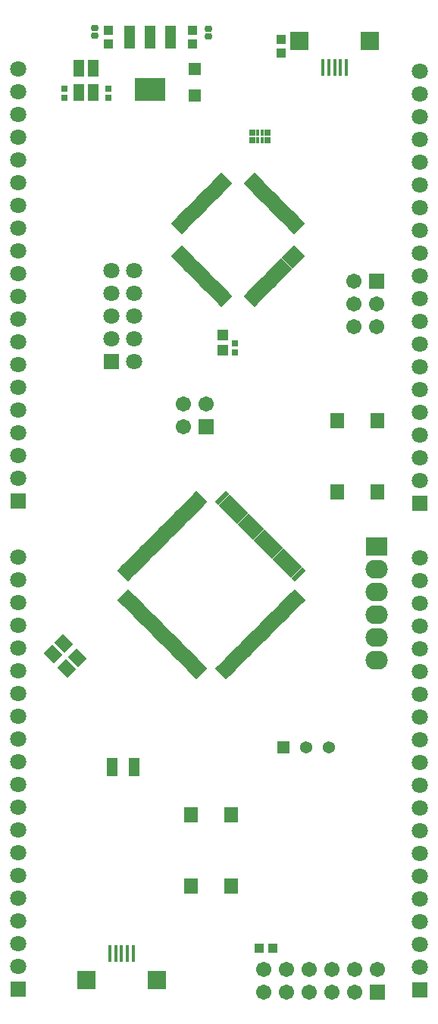
<source format=gts>
G04*
G04 #@! TF.GenerationSoftware,Altium Limited,Altium Designer,21.1.1 (26)*
G04*
G04 Layer_Color=8388736*
%FSAX44Y44*%
%MOMM*%
G71*
G04*
G04 #@! TF.SameCoordinates,7C830176-F0F4-4CA8-9266-6C2C436D825E*
G04*
G04*
G04 #@! TF.FilePolarity,Negative*
G04*
G01*
G75*
G04:AMPARAMS|DCode=38|XSize=1.4032mm|YSize=1.6032mm|CornerRadius=0mm|HoleSize=0mm|Usage=FLASHONLY|Rotation=45.000|XOffset=0mm|YOffset=0mm|HoleType=Round|Shape=Rectangle|*
%AMROTATEDRECTD38*
4,1,4,0.0707,-1.0629,-1.0629,0.0707,-0.0707,1.0629,1.0629,-0.0707,0.0707,-1.0629,0.0*
%
%ADD38ROTATEDRECTD38*%

%ADD39R,1.3032X2.1032*%
%ADD40R,1.5032X1.7532*%
%ADD41R,1.0932X1.1332*%
%ADD42R,0.7282X0.7032*%
%ADD43R,0.4532X0.7032*%
%ADD44R,2.1032X2.1032*%
%ADD45R,0.4572X1.9812*%
%ADD46R,0.7032X0.6782*%
%ADD47R,1.2532X1.9032*%
G04:AMPARAMS|DCode=48|XSize=0.8032mm|YSize=0.7432mm|CornerRadius=0.2447mm|HoleSize=0mm|Usage=FLASHONLY|Rotation=0.000|XOffset=0mm|YOffset=0mm|HoleType=Round|Shape=RoundedRectangle|*
%AMROUNDEDRECTD48*
21,1,0.8032,0.2538,0,0,0.0*
21,1,0.3138,0.7432,0,0,0.0*
1,1,0.4894,0.1569,-0.1269*
1,1,0.4894,-0.1569,-0.1269*
1,1,0.4894,-0.1569,0.1269*
1,1,0.4894,0.1569,0.1269*
%
%ADD48ROUNDEDRECTD48*%
%ADD49R,1.1332X1.0932*%
%ADD50R,3.5032X2.6032*%
%ADD51R,1.2032X2.6032*%
%ADD52R,1.3232X1.4432*%
G04:AMPARAMS|DCode=53|XSize=1.6782mm|YSize=0.5032mm|CornerRadius=0mm|HoleSize=0mm|Usage=FLASHONLY|Rotation=135.000|XOffset=0mm|YOffset=0mm|HoleType=Round|Shape=Rectangle|*
%AMROTATEDRECTD53*
4,1,4,0.7712,-0.4154,0.4154,-0.7712,-0.7712,0.4154,-0.4154,0.7712,0.7712,-0.4154,0.0*
%
%ADD53ROTATEDRECTD53*%

G04:AMPARAMS|DCode=54|XSize=1.6782mm|YSize=0.5032mm|CornerRadius=0mm|HoleSize=0mm|Usage=FLASHONLY|Rotation=225.000|XOffset=0mm|YOffset=0mm|HoleType=Round|Shape=Rectangle|*
%AMROTATEDRECTD54*
4,1,4,0.4154,0.7712,0.7712,0.4154,-0.4154,-0.7712,-0.7712,-0.4154,0.4154,0.7712,0.0*
%
%ADD54ROTATEDRECTD54*%

%ADD55R,1.2032X1.3032*%
%ADD56R,1.8032X1.8032*%
%ADD57C,1.8032*%
%ADD58C,1.7032*%
%ADD59R,1.7032X1.7032*%
%ADD60R,1.3632X1.3632*%
%ADD61C,1.3632*%
%ADD62O,2.4892X2.1082*%
%ADD63R,2.4892X2.1082*%
%ADD64R,1.7032X1.7032*%
D38*
X00342430Y00793108D02*
D03*
X00326873Y00808664D02*
D03*
X00338894Y00820685D02*
D03*
X00354450Y00805129D02*
D03*
D39*
X00418022Y00683005D02*
D03*
X00393022D02*
D03*
D40*
X00526230Y00550038D02*
D03*
Y00629538D02*
D03*
X00481230Y00550038D02*
D03*
Y00629538D02*
D03*
X00644552Y01069974D02*
D03*
Y00990474D02*
D03*
X00689552Y01069974D02*
D03*
Y00990474D02*
D03*
D41*
X00557578Y00480568D02*
D03*
X00572898D02*
D03*
D42*
X00567210Y01391776D02*
D03*
X00549450Y01391776D02*
D03*
Y01382776D02*
D03*
X00567210D02*
D03*
D43*
X00560830Y01391776D02*
D03*
X00555830D02*
D03*
Y01382776D02*
D03*
X00560830D02*
D03*
D44*
X00364119Y00444754D02*
D03*
X00443119D02*
D03*
X00681420Y01493660D02*
D03*
X00602420D02*
D03*
D45*
X00390919Y00474432D02*
D03*
X00397119D02*
D03*
X00403619D02*
D03*
X00410119Y00474432D02*
D03*
X00416619Y00474432D02*
D03*
X00654620Y01463982D02*
D03*
X00648420Y01463982D02*
D03*
X00641920D02*
D03*
X00635420Y01463982D02*
D03*
X00628920D02*
D03*
D46*
X00530318Y01145551D02*
D03*
Y01155791D02*
D03*
X00389001Y01440321D02*
D03*
Y01430081D02*
D03*
X00340119Y01440321D02*
D03*
Y01430081D02*
D03*
D47*
X00355912Y01463116D02*
D03*
Y01436116D02*
D03*
X00372412Y01463116D02*
D03*
Y01436116D02*
D03*
D48*
X00373682Y01499634D02*
D03*
Y01508234D02*
D03*
X00500428Y01498872D02*
D03*
Y01507472D02*
D03*
D49*
X00389274Y01490148D02*
D03*
X00389274Y01505468D02*
D03*
X00482902Y01490402D02*
D03*
X00482902Y01505722D02*
D03*
X00581962Y01480312D02*
D03*
Y01495632D02*
D03*
D50*
X00435717Y01439918D02*
D03*
D51*
X00458717Y01497918D02*
D03*
X00435717Y01497918D02*
D03*
X00412717Y01497918D02*
D03*
D52*
X00485509Y01432800D02*
D03*
Y01462800D02*
D03*
D53*
X00519645Y01338864D02*
D03*
X00516109Y01335329D02*
D03*
X00512573Y01331793D02*
D03*
X00509038Y01328258D02*
D03*
X00505502Y01324722D02*
D03*
X00501967Y01321187D02*
D03*
X00498431Y01317651D02*
D03*
X00494896Y01314116D02*
D03*
X00491360Y01310580D02*
D03*
X00487825Y01307045D02*
D03*
X00484289Y01303509D02*
D03*
X00480754Y01299973D02*
D03*
X00477218Y01296438D02*
D03*
X00473683Y01292902D02*
D03*
X00470147Y01289367D02*
D03*
X00466612Y01285831D02*
D03*
X00547759Y01204684D02*
D03*
X00551295Y01208219D02*
D03*
X00554830Y01211755D02*
D03*
X00558366Y01215290D02*
D03*
X00561901Y01218826D02*
D03*
X00565437Y01222361D02*
D03*
X00568972Y01225897D02*
D03*
X00572508Y01229433D02*
D03*
X00576043Y01232968D02*
D03*
X00579579Y01236504D02*
D03*
X00583114Y01240039D02*
D03*
X00586650Y01243575D02*
D03*
X00590186Y01247110D02*
D03*
X00593721Y01250646D02*
D03*
X00597257Y01254181D02*
D03*
X00600792Y01257717D02*
D03*
X00406932Y00898159D02*
D03*
X00410468Y00901695D02*
D03*
X00414003Y00905230D02*
D03*
X00417539Y00908766D02*
D03*
X00421075Y00912301D02*
D03*
X00424610Y00915837D02*
D03*
X00428146Y00919373D02*
D03*
X00431681Y00922908D02*
D03*
X00435217Y00926444D02*
D03*
X00438752Y00929979D02*
D03*
X00442288Y00933515D02*
D03*
X00445823Y00937050D02*
D03*
X00449359Y00940586D02*
D03*
X00452894Y00944121D02*
D03*
X00456430Y00947657D02*
D03*
X00459966Y00951192D02*
D03*
X00463501Y00954728D02*
D03*
X00467037Y00958263D02*
D03*
X00470572Y00961799D02*
D03*
X00474108Y00965334D02*
D03*
X00477643Y00968870D02*
D03*
X00481179Y00972406D02*
D03*
X00484714Y00975941D02*
D03*
X00488250Y00979477D02*
D03*
X00491785Y00983012D02*
D03*
X00601217Y00873580D02*
D03*
X00597682Y00870045D02*
D03*
X00594146Y00866509D02*
D03*
X00590611Y00862974D02*
D03*
X00587075Y00859438D02*
D03*
X00583540Y00855903D02*
D03*
X00580004Y00852367D02*
D03*
X00576468Y00848832D02*
D03*
X00572933Y00845296D02*
D03*
X00569397Y00841760D02*
D03*
X00565862Y00838225D02*
D03*
X00562326Y00834689D02*
D03*
X00558791Y00831154D02*
D03*
X00555255Y00827618D02*
D03*
X00551720Y00824083D02*
D03*
X00548184Y00820547D02*
D03*
X00544649Y00817012D02*
D03*
X00541113Y00813476D02*
D03*
X00537578Y00809941D02*
D03*
X00534042Y00806405D02*
D03*
X00530507Y00802870D02*
D03*
X00526971Y00799334D02*
D03*
X00523435Y00795799D02*
D03*
X00519900Y00792263D02*
D03*
X00516364Y00788727D02*
D03*
D54*
X00466612Y01257717D02*
D03*
X00470147Y01254181D02*
D03*
X00473683Y01250646D02*
D03*
X00477218Y01247110D02*
D03*
X00480754Y01243575D02*
D03*
X00484289Y01240039D02*
D03*
X00487825Y01236504D02*
D03*
X00491360Y01232968D02*
D03*
X00494896Y01229433D02*
D03*
X00498431Y01225897D02*
D03*
X00501967Y01222361D02*
D03*
X00505502Y01218826D02*
D03*
X00509038Y01215290D02*
D03*
X00512573Y01211755D02*
D03*
X00516109Y01208219D02*
D03*
X00519645Y01204684D02*
D03*
X00600792Y01285831D02*
D03*
X00597257Y01289367D02*
D03*
X00593721Y01292902D02*
D03*
X00590186Y01296438D02*
D03*
X00586650Y01299973D02*
D03*
X00583114Y01303509D02*
D03*
X00579579Y01307045D02*
D03*
X00576043Y01310580D02*
D03*
X00572508Y01314116D02*
D03*
X00568972Y01317651D02*
D03*
X00565437Y01321187D02*
D03*
X00561901Y01324722D02*
D03*
X00558366Y01328258D02*
D03*
X00554830Y01331793D02*
D03*
X00551295Y01335329D02*
D03*
X00547759Y01338864D02*
D03*
X00491785Y00788727D02*
D03*
X00488250Y00792263D02*
D03*
X00484714Y00795799D02*
D03*
X00481179Y00799334D02*
D03*
X00477643Y00802870D02*
D03*
X00474108Y00806405D02*
D03*
X00470572Y00809941D02*
D03*
X00467037Y00813476D02*
D03*
X00463501Y00817012D02*
D03*
X00459966Y00820547D02*
D03*
X00456430Y00824083D02*
D03*
X00452894Y00827618D02*
D03*
X00449359Y00831154D02*
D03*
X00445823Y00834689D02*
D03*
X00442288Y00838225D02*
D03*
X00438752Y00841760D02*
D03*
X00435217Y00845296D02*
D03*
X00431681Y00848832D02*
D03*
X00428146Y00852367D02*
D03*
X00424610Y00855903D02*
D03*
X00421075Y00859438D02*
D03*
X00417539Y00862974D02*
D03*
X00414003Y00866509D02*
D03*
X00410468Y00870045D02*
D03*
X00406932Y00873580D02*
D03*
X00516364Y00983012D02*
D03*
X00519900Y00979477D02*
D03*
X00523435Y00975941D02*
D03*
X00526971Y00972406D02*
D03*
X00530507Y00968870D02*
D03*
X00534042Y00965334D02*
D03*
X00537578Y00961799D02*
D03*
X00541113Y00958263D02*
D03*
X00544649Y00954728D02*
D03*
X00548184Y00951192D02*
D03*
X00551720Y00947657D02*
D03*
X00555255Y00944121D02*
D03*
X00558791Y00940586D02*
D03*
X00562326Y00937050D02*
D03*
X00565862Y00933515D02*
D03*
X00569397Y00929979D02*
D03*
X00572933Y00926444D02*
D03*
X00576468Y00922908D02*
D03*
X00580004Y00919373D02*
D03*
X00583540Y00915837D02*
D03*
X00587075Y00912301D02*
D03*
X00590611Y00908766D02*
D03*
X00594146Y00905230D02*
D03*
X00597682Y00901695D02*
D03*
X00601217Y00898159D02*
D03*
D55*
X00516510Y01148676D02*
D03*
Y01165676D02*
D03*
D56*
X00392478Y01135634D02*
D03*
X00736648Y00433578D02*
D03*
X00288592Y00434848D02*
D03*
X00736648Y00977646D02*
D03*
X00288592Y00979932D02*
D03*
D57*
X00392478Y01161034D02*
D03*
X00392478Y01186434D02*
D03*
X00392478Y01211834D02*
D03*
Y01237234D02*
D03*
X00417878D02*
D03*
Y01211834D02*
D03*
X00417878Y01186434D02*
D03*
X00417878Y01161034D02*
D03*
Y01135634D02*
D03*
X00736648Y00916178D02*
D03*
Y00890778D02*
D03*
Y00865378D02*
D03*
Y00839978D02*
D03*
Y00814578D02*
D03*
Y00789178D02*
D03*
Y00763778D02*
D03*
Y00738378D02*
D03*
Y00712978D02*
D03*
Y00687578D02*
D03*
Y00662178D02*
D03*
Y00636778D02*
D03*
Y00611378D02*
D03*
Y00585978D02*
D03*
Y00560578D02*
D03*
Y00535178D02*
D03*
Y00509778D02*
D03*
Y00484378D02*
D03*
Y00458978D02*
D03*
X00288592Y00917448D02*
D03*
Y00892048D02*
D03*
Y00866648D02*
D03*
Y00841248D02*
D03*
Y00815848D02*
D03*
Y00790448D02*
D03*
Y00765048D02*
D03*
Y00739648D02*
D03*
Y00714248D02*
D03*
Y00688848D02*
D03*
Y00663448D02*
D03*
Y00638048D02*
D03*
Y00612648D02*
D03*
Y00587248D02*
D03*
Y00561848D02*
D03*
Y00536448D02*
D03*
Y00511048D02*
D03*
Y00485648D02*
D03*
Y00460248D02*
D03*
X00736648Y01460246D02*
D03*
Y01434846D02*
D03*
Y01409446D02*
D03*
Y01384046D02*
D03*
Y01358646D02*
D03*
Y01333246D02*
D03*
Y01307846D02*
D03*
Y01282446D02*
D03*
Y01257046D02*
D03*
Y01231646D02*
D03*
Y01206246D02*
D03*
Y01180846D02*
D03*
Y01155446D02*
D03*
Y01130046D02*
D03*
Y01104646D02*
D03*
Y01079246D02*
D03*
Y01053846D02*
D03*
Y01028446D02*
D03*
Y01003046D02*
D03*
X00288592Y01462532D02*
D03*
Y01437132D02*
D03*
Y01411732D02*
D03*
Y01386332D02*
D03*
Y01360932D02*
D03*
Y01335532D02*
D03*
Y01310132D02*
D03*
Y01284732D02*
D03*
Y01259332D02*
D03*
Y01233932D02*
D03*
Y01208532D02*
D03*
Y01183132D02*
D03*
Y01157732D02*
D03*
Y01132332D02*
D03*
Y01106932D02*
D03*
Y01081532D02*
D03*
Y01056132D02*
D03*
Y01030732D02*
D03*
Y01005332D02*
D03*
D58*
X00562928Y00456926D02*
D03*
X00588328Y00456926D02*
D03*
X00613728Y00456926D02*
D03*
X00639128D02*
D03*
X00664528Y00456926D02*
D03*
X00689928Y00456926D02*
D03*
X00562928Y00431525D02*
D03*
X00588328Y00431525D02*
D03*
X00613728Y00431525D02*
D03*
X00639128D02*
D03*
X00664528D02*
D03*
X00472742Y01088644D02*
D03*
Y01063244D02*
D03*
X00498142Y01088644D02*
D03*
X00663664Y01174750D02*
D03*
X00689064Y01174750D02*
D03*
X00663664Y01200150D02*
D03*
X00689064D02*
D03*
X00663664Y01225550D02*
D03*
D59*
X00689928Y00431525D02*
D03*
X00498142Y01063244D02*
D03*
D60*
X00584178Y00704975D02*
D03*
D61*
X00609578D02*
D03*
X00634978D02*
D03*
D62*
X00688388Y00827786D02*
D03*
Y00903986D02*
D03*
Y00878586D02*
D03*
Y00853186D02*
D03*
Y00802386D02*
D03*
D63*
Y00929386D02*
D03*
D64*
X00689064Y01225550D02*
D03*
M02*

</source>
